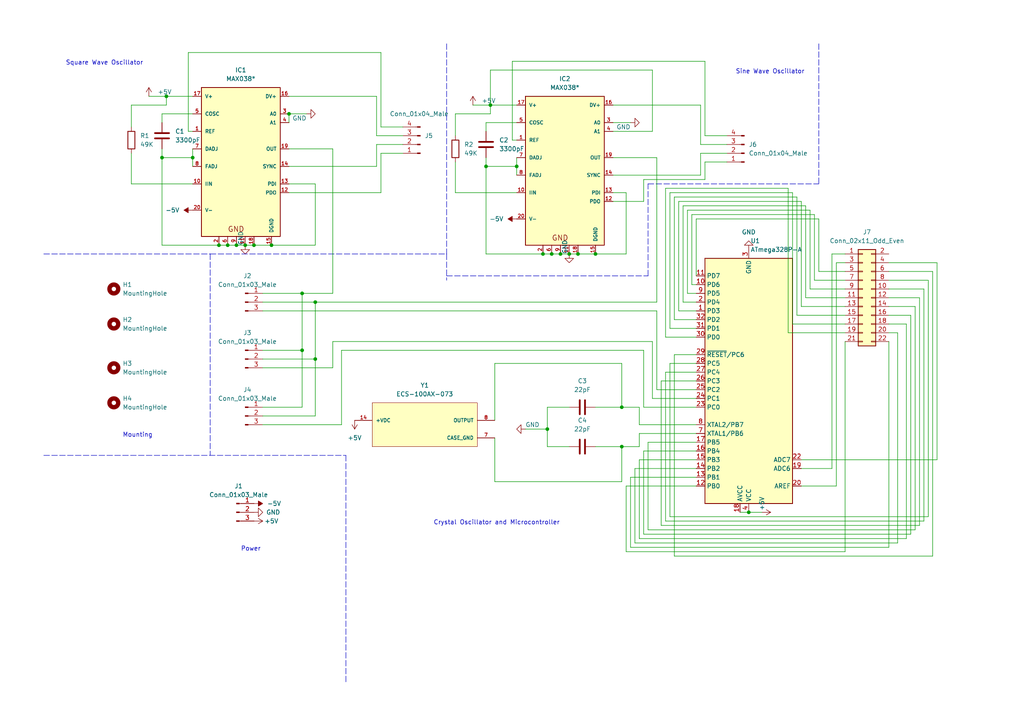
<source format=kicad_sch>
(kicad_sch (version 20211123) (generator eeschema)
  (paper "A4")
  (lib_symbols
    (symbol "Connector:Conn_01x03_Male" (pin_names (offset 1.016) hide)
      (property "Reference" "J" (at 0 5.08 0))
      (property "Value" "Conn_01x03_Male" (at 0 -5.08 0))
      (symbol "Conn_01x03_Male_1_1"
        (polyline (pts (xy 1.27 -2.54) (xy 0.8636 -2.54)) (stroke (width 0.1524)))
        (polyline (pts (xy 1.27 0) (xy 0.8636 0)) (stroke (width 0.1524)))
        (polyline (pts (xy 1.27 2.54) (xy 0.8636 2.54)) (stroke (width 0.1524)))
        (rectangle (start 0.8636 -2.413) (end 0 -2.667) (stroke (width 0.1524)) (fill (type outline)))
        (rectangle (start 0.8636 0.127) (end 0 -0.127) (stroke (width 0.1524)) (fill (type outline)))
        (rectangle (start 0.8636 2.667) (end 0 2.413) (stroke (width 0.1524)) (fill (type outline)))
        (pin passive line (at 5.08 2.54 180) (length 3.81) (name "Pin_1") (number "1"))
        (pin passive line (at 5.08 0 180) (length 3.81) (name "Pin_2") (number "2"))
        (pin passive line (at 5.08 -2.54 180) (length 3.81) (name "Pin_3") (number "3"))
      )
    )
    (symbol "Connector:Conn_01x04_Male" (pin_names (offset 1.016) hide)
      (property "Reference" "J" (at 0 5.08 0))
      (property "Value" "Conn_01x04_Male" (at 0 -7.62 0))
      (symbol "Conn_01x04_Male_1_1"
        (polyline (pts (xy 1.27 -5.08) (xy 0.8636 -5.08)) (stroke (width 0.1524)))
        (polyline (pts (xy 1.27 -2.54) (xy 0.8636 -2.54)) (stroke (width 0.1524)))
        (polyline (pts (xy 1.27 0) (xy 0.8636 0)) (stroke (width 0.1524)))
        (polyline (pts (xy 1.27 2.54) (xy 0.8636 2.54)) (stroke (width 0.1524)))
        (rectangle (start 0.8636 -4.953) (end 0 -5.207) (stroke (width 0.1524)) (fill (type outline)))
        (rectangle (start 0.8636 -2.413) (end 0 -2.667) (stroke (width 0.1524)) (fill (type outline)))
        (rectangle (start 0.8636 0.127) (end 0 -0.127) (stroke (width 0.1524)) (fill (type outline)))
        (rectangle (start 0.8636 2.667) (end 0 2.413) (stroke (width 0.1524)) (fill (type outline)))
        (pin passive line (at 5.08 2.54 180) (length 3.81) (name "Pin_1") (number "1"))
        (pin passive line (at 5.08 0 180) (length 3.81) (name "Pin_2") (number "2"))
        (pin passive line (at 5.08 -2.54 180) (length 3.81) (name "Pin_3") (number "3"))
        (pin passive line (at 5.08 -5.08 180) (length 3.81) (name "Pin_4") (number "4"))
      )
    )
    (symbol "Connector_Generic:Conn_02x11_Odd_Even" (pin_names (offset 1.016) hide)
      (property "Reference" "J" (at 1.27 15.24 0))
      (property "Value" "Conn_02x11_Odd_Even" (at 1.27 -15.24 0))
      (symbol "Conn_02x11_Odd_Even_1_1"
        (rectangle (start -1.27 -12.573) (end 0 -12.827) (stroke (width 0.1524)))
        (rectangle (start -1.27 -10.033) (end 0 -10.287) (stroke (width 0.1524)))
        (rectangle (start -1.27 -7.493) (end 0 -7.747) (stroke (width 0.1524)))
        (rectangle (start -1.27 -4.953) (end 0 -5.207) (stroke (width 0.1524)))
        (rectangle (start -1.27 -2.413) (end 0 -2.667) (stroke (width 0.1524)))
        (rectangle (start -1.27 0.127) (end 0 -0.127) (stroke (width 0.1524)))
        (rectangle (start -1.27 2.667) (end 0 2.413) (stroke (width 0.1524)))
        (rectangle (start -1.27 5.207) (end 0 4.953) (stroke (width 0.1524)))
        (rectangle (start -1.27 7.747) (end 0 7.493) (stroke (width 0.1524)))
        (rectangle (start -1.27 10.287) (end 0 10.033) (stroke (width 0.1524)))
        (rectangle (start -1.27 12.827) (end 0 12.573) (stroke (width 0.1524)))
        (rectangle (start -1.27 13.97) (end 3.81 -13.97) (stroke (width 0.254)) (fill (type background)))
        (rectangle (start 3.81 -12.573) (end 2.54 -12.827) (stroke (width 0.1524)))
        (rectangle (start 3.81 -10.033) (end 2.54 -10.287) (stroke (width 0.1524)))
        (rectangle (start 3.81 -7.493) (end 2.54 -7.747) (stroke (width 0.1524)))
        (rectangle (start 3.81 -4.953) (end 2.54 -5.207) (stroke (width 0.1524)))
        (rectangle (start 3.81 -2.413) (end 2.54 -2.667) (stroke (width 0.1524)))
        (rectangle (start 3.81 0.127) (end 2.54 -0.127) (stroke (width 0.1524)))
        (rectangle (start 3.81 2.667) (end 2.54 2.413) (stroke (width 0.1524)))
        (rectangle (start 3.81 5.207) (end 2.54 4.953) (stroke (width 0.1524)))
        (rectangle (start 3.81 7.747) (end 2.54 7.493) (stroke (width 0.1524)))
        (rectangle (start 3.81 10.287) (end 2.54 10.033) (stroke (width 0.1524)))
        (rectangle (start 3.81 12.827) (end 2.54 12.573) (stroke (width 0.1524)))
        (pin passive line (at -5.08 12.7 0) (length 3.81) (name "Pin_1") (number "1"))
        (pin passive line (at 7.62 2.54 180) (length 3.81) (name "Pin_10") (number "10"))
        (pin passive line (at -5.08 0 0) (length 3.81) (name "Pin_11") (number "11"))
        (pin passive line (at 7.62 0 180) (length 3.81) (name "Pin_12") (number "12"))
        (pin passive line (at -5.08 -2.54 0) (length 3.81) (name "Pin_13") (number "13"))
        (pin passive line (at 7.62 -2.54 180) (length 3.81) (name "Pin_14") (number "14"))
        (pin passive line (at -5.08 -5.08 0) (length 3.81) (name "Pin_15") (number "15"))
        (pin passive line (at 7.62 -5.08 180) (length 3.81) (name "Pin_16") (number "16"))
        (pin passive line (at -5.08 -7.62 0) (length 3.81) (name "Pin_17") (number "17"))
        (pin passive line (at 7.62 -7.62 180) (length 3.81) (name "Pin_18") (number "18"))
        (pin passive line (at -5.08 -10.16 0) (length 3.81) (name "Pin_19") (number "19"))
        (pin passive line (at 7.62 12.7 180) (length 3.81) (name "Pin_2") (number "2"))
        (pin passive line (at 7.62 -10.16 180) (length 3.81) (name "Pin_20") (number "20"))
        (pin passive line (at -5.08 -12.7 0) (length 3.81) (name "Pin_21") (number "21"))
        (pin passive line (at 7.62 -12.7 180) (length 3.81) (name "Pin_22") (number "22"))
        (pin passive line (at -5.08 10.16 0) (length 3.81) (name "Pin_3") (number "3"))
        (pin passive line (at 7.62 10.16 180) (length 3.81) (name "Pin_4") (number "4"))
        (pin passive line (at -5.08 7.62 0) (length 3.81) (name "Pin_5") (number "5"))
        (pin passive line (at 7.62 7.62 180) (length 3.81) (name "Pin_6") (number "6"))
        (pin passive line (at -5.08 5.08 0) (length 3.81) (name "Pin_7") (number "7"))
        (pin passive line (at 7.62 5.08 180) (length 3.81) (name "Pin_8") (number "8"))
        (pin passive line (at -5.08 2.54 0) (length 3.81) (name "Pin_9") (number "9"))
      )
    )
    (symbol "Device:C" (pin_numbers hide) (pin_names (offset 0.254))
      (property "Reference" "C" (at 0.635 2.54 0))
      (property "Value" "C" (at 0.635 -2.54 0))
      (symbol "C_0_1"
        (polyline (pts (xy -2.032 -0.762) (xy 2.032 -0.762)) (stroke (width 0.508)))
        (polyline (pts (xy -2.032 0.762) (xy 2.032 0.762)) (stroke (width 0.508)))
      )
      (symbol "C_1_1"
        (pin passive line (at 0 3.81 270) (length 2.794) (name "~") (number "1"))
        (pin passive line (at 0 -3.81 90) (length 2.794) (name "~") (number "2"))
      )
    )
    (symbol "Device:R" (pin_numbers hide) (pin_names (offset 0))
      (property "Reference" "R" (at 2.032 0 90))
      (property "Value" "R" (at 0 0 90))
      (symbol "R_0_1"
        (rectangle (start -1.016 -2.54) (end 1.016 2.54) (stroke (width 0.254)))
      )
      (symbol "R_1_1"
        (pin passive line (at 0 3.81 270) (length 1.27) (name "~") (number "1"))
        (pin passive line (at 0 -3.81 90) (length 1.27) (name "~") (number "2"))
      )
    )
    (symbol "ECS-100AX:ECS-100AX-073" (pin_names (offset 1.016))
      (property "Reference" "Y" (at -15.2908 5.1054 0))
      (property "Value" "ECS-100AX-073" (at -15.2654 -10.1854 0))
      (symbol "ECS-100AX-073_0_0"
        (rectangle (start -15.24 -7.62) (end 15.24 5.08) (stroke (width 0.127)) (fill (type background)))
        (pin input line (at -20.32 0 0) (length 5.08) (name "+VDC") (number "14"))
        (pin power_in line (at 20.32 -5.08 180) (length 5.08) (name "CASE_GND") (number "7"))
        (pin output line (at 20.32 0 180) (length 5.08) (name "OUTPUT") (number "8"))
      )
    )
    (symbol "MAX038_:MAX038*" (pin_names (offset 1.016))
      (property "Reference" "IC" (at -12.7 19.0754 0))
      (property "Value" "MAX038*" (at 0 -5.08 90))
      (symbol "MAX038*_0_0"
        (rectangle (start -12.7 -25.4) (end 10.16 17.78) (stroke (width 0.254)) (fill (type background)))
        (text "GND" (at -5.08 -24.1554 0) (effects (font (size 1.524 1.524)) (justify left bottom)))
        (pin output line (at -15.24 5.08 0) (length 2.54) (name "REF") (number "1"))
        (pin passive line (at -15.24 -10.16 0) (length 2.54) (name "IIN") (number "10"))
        (pin power_in line (at 0 -27.94 90) (length 2.54) (name "~") (number "11"))
        (pin output line (at 12.7 -12.7 180) (length 2.54) (name "PDO") (number "12"))
        (pin input line (at 12.7 -10.16 180) (length 2.54) (name "PDI") (number "13"))
        (pin output line (at 12.7 -5.08 180) (length 2.54) (name "SYNC") (number "14"))
        (pin power_in line (at 7.62 -27.94 90) (length 2.54) (name "DGND") (number "15"))
        (pin power_in line (at 12.7 15.24 180) (length 2.54) (name "DV+") (number "16"))
        (pin power_in line (at -15.24 15.24 0) (length 2.54) (name "V+") (number "17"))
        (pin power_in line (at 2.54 -27.94 90) (length 2.54) (name "~") (number "18"))
        (pin output line (at 12.7 0 180) (length 2.54) (name "OUT") (number "19"))
        (pin power_in line (at -7.62 -27.94 90) (length 2.54) (name "~") (number "2"))
        (pin power_in line (at -15.24 -17.78 0) (length 2.54) (name "V-") (number "20"))
        (pin input line (at 12.7 10.16 180) (length 2.54) (name "A0") (number "3"))
        (pin input line (at 12.7 7.62 180) (length 2.54) (name "A1") (number "4"))
        (pin passive line (at -15.24 10.16 0) (length 2.54) (name "COSC") (number "5"))
        (pin power_in line (at -5.08 -27.94 90) (length 2.54) (name "~") (number "6"))
        (pin input line (at -15.24 0 0) (length 2.54) (name "DADJ") (number "7"))
        (pin input line (at -15.24 -5.08 0) (length 2.54) (name "FADJ") (number "8"))
        (pin power_in line (at -2.54 -27.94 90) (length 2.54) (name "~") (number "9"))
      )
    )
    (symbol "MCU_Microchip_ATmega:ATmega328P-A"
      (property "Reference" "U" (at -12.7 36.83 0))
      (property "Value" "ATmega328P-A" (at 2.54 -36.83 0))
      (symbol "ATmega328P-A_0_1"
        (rectangle (start -12.7 -35.56) (end 12.7 35.56) (stroke (width 0.254)) (fill (type background)))
      )
      (symbol "ATmega328P-A_1_1"
        (pin bidirectional line (at 15.24 -20.32 180) (length 2.54) (name "PD3") (number "1"))
        (pin bidirectional line (at 15.24 -27.94 180) (length 2.54) (name "PD6") (number "10"))
        (pin bidirectional line (at 15.24 -30.48 180) (length 2.54) (name "PD7") (number "11"))
        (pin bidirectional line (at 15.24 30.48 180) (length 2.54) (name "PB0") (number "12"))
        (pin bidirectional line (at 15.24 27.94 180) (length 2.54) (name "PB1") (number "13"))
        (pin bidirectional line (at 15.24 25.4 180) (length 2.54) (name "PB2") (number "14"))
        (pin bidirectional line (at 15.24 22.86 180) (length 2.54) (name "PB3") (number "15"))
        (pin bidirectional line (at 15.24 20.32 180) (length 2.54) (name "PB4") (number "16"))
        (pin bidirectional line (at 15.24 17.78 180) (length 2.54) (name "PB5") (number "17"))
        (pin power_in line (at 2.54 38.1 270) (length 2.54) (name "AVCC") (number "18"))
        (pin input line (at -15.24 25.4 0) (length 2.54) (name "ADC6") (number "19"))
        (pin bidirectional line (at 15.24 -22.86 180) (length 2.54) (name "PD4") (number "2"))
        (pin passive line (at -15.24 30.48 0) (length 2.54) (name "AREF") (number "20"))
        (pin passive line (at 0 -38.1 90) (length 2.54) hide (name "GND") (number "21"))
        (pin input line (at -15.24 22.86 0) (length 2.54) (name "ADC7") (number "22"))
        (pin bidirectional line (at 15.24 7.62 180) (length 2.54) (name "PC0") (number "23"))
        (pin bidirectional line (at 15.24 5.08 180) (length 2.54) (name "PC1") (number "24"))
        (pin bidirectional line (at 15.24 2.54 180) (length 2.54) (name "PC2") (number "25"))
        (pin bidirectional line (at 15.24 0 180) (length 2.54) (name "PC3") (number "26"))
        (pin bidirectional line (at 15.24 -2.54 180) (length 2.54) (name "PC4") (number "27"))
        (pin bidirectional line (at 15.24 -5.08 180) (length 2.54) (name "PC5") (number "28"))
        (pin bidirectional line (at 15.24 -7.62 180) (length 2.54) (name "~{RESET}/PC6") (number "29"))
        (pin power_in line (at 0 -38.1 90) (length 2.54) (name "GND") (number "3"))
        (pin bidirectional line (at 15.24 -12.7 180) (length 2.54) (name "PD0") (number "30"))
        (pin bidirectional line (at 15.24 -15.24 180) (length 2.54) (name "PD1") (number "31"))
        (pin bidirectional line (at 15.24 -17.78 180) (length 2.54) (name "PD2") (number "32"))
        (pin power_in line (at 0 38.1 270) (length 2.54) (name "VCC") (number "4"))
        (pin passive line (at 0 -38.1 90) (length 2.54) hide (name "GND") (number "5"))
        (pin passive line (at 0 38.1 270) (length 2.54) hide (name "VCC") (number "6"))
        (pin bidirectional line (at 15.24 15.24 180) (length 2.54) (name "XTAL1/PB6") (number "7"))
        (pin bidirectional line (at 15.24 12.7 180) (length 2.54) (name "XTAL2/PB7") (number "8"))
        (pin bidirectional line (at 15.24 -25.4 180) (length 2.54) (name "PD5") (number "9"))
      )
    )
    (symbol "Mechanical:MountingHole" (pin_names (offset 1.016))
      (property "Reference" "H" (at 0 5.08 0))
      (property "Value" "MountingHole" (at 0 3.175 0))
      (symbol "MountingHole_0_1"
        (circle (center 0 0) (radius 1.27) (stroke (width 1.27)))
      )
    )
    (symbol "power:+5V" (power) (pin_names (offset 0))
      (property "Value" "+5V" (at 0 3.556 0))
      (symbol "+5V_0_1"
        (polyline (pts (xy -0.762 1.27) (xy 0 2.54)))
        (polyline (pts (xy 0 0) (xy 0 2.54)))
        (polyline (pts (xy 0 2.54) (xy 0.762 1.27)))
      )
      (symbol "+5V_1_1"
        (pin power_in line (at 0 0 90) (length 0) hide (name "+5V") (number "1"))
      )
    )
    (symbol "power:-5V" (power) (pin_names (offset 0))
      (property "Value" "-5V" (at 0 3.81 0))
      (symbol "-5V_0_0"
        (pin power_in line (at 0 0 90) (length 0) hide (name "-5V") (number "1"))
      )
      (symbol "-5V_0_1"
        (polyline (pts (xy 0 0) (xy 0 1.27) (xy 0.762 1.27) (xy 0 2.54) (xy -0.762 1.27) (xy 0 1.27)) (fill (type outline)))
      )
    )
    (symbol "power:GND" (power) (pin_names (offset 0))
      (property "Value" "GND" (at 0 -3.81 0))
      (symbol "GND_0_1"
        (polyline (pts (xy 0 0) (xy 0 -1.27) (xy 1.27 -1.27) (xy 0 -2.54) (xy -1.27 -1.27) (xy 0 -1.27)))
      )
      (symbol "GND_1_1"
        (pin power_in line (at 0 0 270) (length 0) hide (name "GND") (number "1"))
      )
    )
  )
  (junction (at 167.64 73.66))
  (junction (at 180.34 129.54))
  (junction (at 63.5 71.12))
  (junction (at 55.88 45.72))
  (junction (at 48.26 27.94))
  (junction (at 162.56 73.66))
  (junction (at 91.44 87.63))
  (junction (at 87.63 101.6))
  (junction (at 160.02 73.66))
  (junction (at 165.1 73.66))
  (junction (at 78.74 71.12))
  (junction (at 158.75 124.46))
  (junction (at 91.44 104.14))
  (junction (at 172.72 73.66))
  (junction (at 83.82 33.02))
  (junction (at 157.48 73.66))
  (junction (at 71.12 71.12))
  (junction (at 140.97 48.26))
  (junction (at 66.04 71.12))
  (junction (at 149.86 48.26))
  (junction (at 46.99 45.72))
  (junction (at 180.34 118.11))
  (junction (at 217.17 148.59))
  (junction (at 73.66 71.12))
  (junction (at 87.63 85.09))
  (junction (at 142.24 30.48))
  (junction (at 68.58 71.12))
  (wire (pts (xy 55.88 38.1) (xy 54.61 38.1)))
  (wire (pts (xy 46.99 33.02) (xy 55.88 33.02)))
  (polyline (pts (xy 187.96 53.34) (xy 237.49 53.34)))
  (wire (pts (xy 196.85 90.17) (xy 201.93 90.17)))
  (polyline (pts (xy 12.7 73.66) (xy 60.96 73.66)))
  (polyline (pts (xy 187.96 80.01) (xy 187.96 53.34)))
  (wire (pts (xy 184.15 135.89) (xy 184.15 157.48)))
  (wire (pts (xy 177.8 50.8) (xy 203.2 50.8)))
  (wire (pts (xy 203.2 30.48) (xy 203.2 41.91)))
  (polyline (pts (xy 129.54 12.7) (xy 129.54 73.66)))
  (wire (pts (xy 96.52 99.06) (xy 96.52 106.68)))
  (wire (pts (xy 232.41 135.89) (xy 241.3 135.89)))
  (wire (pts (xy 237.49 78.74) (xy 245.11 78.74)))
  (wire (pts (xy 201.93 85.09) (xy 199.39 85.09)))
  (wire (pts (xy 110.49 55.88) (xy 110.49 44.45)))
  (wire (pts (xy 83.82 43.18) (xy 96.52 43.18)))
  (wire (pts (xy 182.88 138.43) (xy 182.88 158.75)))
  (wire (pts (xy 262.89 156.21) (xy 262.89 93.98)))
  (wire (pts (xy 177.8 35.56) (xy 182.88 35.56)))
  (wire (pts (xy 142.24 30.48) (xy 149.86 30.48)))
  (wire (pts (xy 137.16 30.48) (xy 142.24 30.48)))
  (wire (pts (xy 185.42 129.54) (xy 180.34 129.54)))
  (wire (pts (xy 201.93 133.35) (xy 185.42 133.35)))
  (wire (pts (xy 96.52 106.68) (xy 76.2 106.68)))
  (wire (pts (xy 66.04 71.12) (xy 68.58 71.12)))
  (wire (pts (xy 233.68 59.69) (xy 233.68 86.36)))
  (wire (pts (xy 236.22 62.23) (xy 236.22 81.28)))
  (wire (pts (xy 48.26 27.94) (xy 48.26 30.48)))
  (wire (pts (xy 232.41 88.9) (xy 245.11 88.9)))
  (wire (pts (xy 185.42 123.19) (xy 201.93 123.19)))
  (wire (pts (xy 204.47 46.99) (xy 204.47 52.07)))
  (wire (pts (xy 181.61 160.02) (xy 245.11 160.02)))
  (wire (pts (xy 149.86 48.26) (xy 140.97 48.26)))
  (wire (pts (xy 214.63 148.59) (xy 217.17 148.59)))
  (wire (pts (xy 201.93 92.71) (xy 195.58 92.71)))
  (wire (pts (xy 140.97 48.26) (xy 140.97 73.66)))
  (wire (pts (xy 186.69 58.42) (xy 177.8 58.42)))
  (wire (pts (xy 140.97 45.72) (xy 140.97 48.26)))
  (wire (pts (xy 99.06 123.19) (xy 76.2 123.19)))
  (wire (pts (xy 195.58 102.87) (xy 195.58 161.29)))
  (wire (pts (xy 201.93 115.57) (xy 189.23 115.57)))
  (wire (pts (xy 195.58 57.15) (xy 231.14 57.15)))
  (wire (pts (xy 267.97 83.82) (xy 257.81 83.82)))
  (wire (pts (xy 71.12 71.12) (xy 73.66 71.12)))
  (wire (pts (xy 55.88 45.72) (xy 55.88 48.26)))
  (wire (pts (xy 83.82 48.26) (xy 109.22 48.26)))
  (wire (pts (xy 109.22 27.94) (xy 109.22 39.37)))
  (wire (pts (xy 180.34 129.54) (xy 172.72 129.54)))
  (wire (pts (xy 203.2 50.8) (xy 203.2 44.45)))
  (wire (pts (xy 76.2 85.09) (xy 87.63 85.09)))
  (wire (pts (xy 267.97 151.13) (xy 267.97 83.82)))
  (wire (pts (xy 83.82 33.02) (xy 88.9 33.02)))
  (wire (pts (xy 231.14 57.15) (xy 231.14 91.44)))
  (wire (pts (xy 142.24 30.48) (xy 142.24 33.02)))
  (wire (pts (xy 149.86 40.64) (xy 148.59 40.64)))
  (wire (pts (xy 232.41 58.42) (xy 232.41 88.9)))
  (wire (pts (xy 201.93 110.49) (xy 191.77 110.49)))
  (wire (pts (xy 196.85 90.17) (xy 196.85 58.42)))
  (wire (pts (xy 229.87 93.98) (xy 245.11 93.98)))
  (wire (pts (xy 143.51 139.7) (xy 180.34 139.7)))
  (wire (pts (xy 87.63 85.09) (xy 96.52 85.09)))
  (wire (pts (xy 201.93 87.63) (xy 198.12 87.63)))
  (wire (pts (xy 109.22 41.91) (xy 116.84 41.91)))
  (wire (pts (xy 177.8 30.48) (xy 203.2 30.48)))
  (wire (pts (xy 91.44 104.14) (xy 91.44 120.65)))
  (wire (pts (xy 143.51 105.41) (xy 143.51 121.92)))
  (wire (pts (xy 76.2 120.65) (xy 91.44 120.65)))
  (wire (pts (xy 229.87 55.88) (xy 229.87 93.98)))
  (wire (pts (xy 201.93 102.87) (xy 195.58 102.87)))
  (wire (pts (xy 158.75 124.46) (xy 152.4 124.46)))
  (wire (pts (xy 266.7 86.36) (xy 257.81 86.36)))
  (wire (pts (xy 195.58 161.29) (xy 270.51 161.29)))
  (wire (pts (xy 194.31 149.86) (xy 269.24 149.86)))
  (wire (pts (xy 189.23 20.32) (xy 142.24 20.32)))
  (wire (pts (xy 260.35 157.48) (xy 260.35 96.52)))
  (wire (pts (xy 140.97 38.1) (xy 140.97 35.56)))
  (wire (pts (xy 232.41 140.97) (xy 242.57 140.97)))
  (wire (pts (xy 46.99 35.56) (xy 46.99 33.02)))
  (wire (pts (xy 158.75 124.46) (xy 158.75 129.54)))
  (wire (pts (xy 242.57 76.2) (xy 245.11 76.2)))
  (wire (pts (xy 241.3 73.66) (xy 245.11 73.66)))
  (wire (pts (xy 180.34 118.11) (xy 185.42 118.11)))
  (wire (pts (xy 185.42 118.11) (xy 185.42 123.19)))
  (wire (pts (xy 184.15 157.48) (xy 260.35 157.48)))
  (wire (pts (xy 185.42 156.21) (xy 262.89 156.21)))
  (wire (pts (xy 201.93 82.55) (xy 200.66 82.55)))
  (wire (pts (xy 68.58 71.12) (xy 71.12 71.12)))
  (wire (pts (xy 194.31 105.41) (xy 194.31 149.86)))
  (wire (pts (xy 204.47 39.37) (xy 210.82 39.37)))
  (wire (pts (xy 157.48 73.66) (xy 160.02 73.66)))
  (wire (pts (xy 271.78 76.2) (xy 257.81 76.2)))
  (wire (pts (xy 181.61 55.88) (xy 181.61 73.66)))
  (wire (pts (xy 190.5 90.17) (xy 190.5 113.03)))
  (wire (pts (xy 242.57 140.97) (xy 242.57 76.2)))
  (wire (pts (xy 149.86 48.26) (xy 149.86 50.8)))
  (wire (pts (xy 110.49 36.83) (xy 116.84 36.83)))
  (wire (pts (xy 185.42 133.35) (xy 185.42 156.21)))
  (wire (pts (xy 140.97 35.56) (xy 149.86 35.56)))
  (wire (pts (xy 270.51 78.74) (xy 257.81 78.74)))
  (wire (pts (xy 54.61 38.1) (xy 54.61 15.24)))
  (wire (pts (xy 132.08 33.02) (xy 132.08 39.37)))
  (wire (pts (xy 234.95 60.96) (xy 234.95 83.82)))
  (wire (pts (xy 193.04 54.61) (xy 228.6 54.61)))
  (wire (pts (xy 87.63 85.09) (xy 87.63 101.6)))
  (wire (pts (xy 265.43 88.9) (xy 257.81 88.9)))
  (wire (pts (xy 200.66 82.55) (xy 200.66 62.23)))
  (wire (pts (xy 201.93 95.25) (xy 194.31 95.25)))
  (wire (pts (xy 167.64 73.66) (xy 172.72 73.66)))
  (wire (pts (xy 201.93 80.01) (xy 201.93 63.5)))
  (wire (pts (xy 187.96 153.67) (xy 265.43 153.67)))
  (wire (pts (xy 198.12 87.63) (xy 198.12 59.69)))
  (wire (pts (xy 185.42 125.73) (xy 185.42 129.54)))
  (wire (pts (xy 142.24 33.02) (xy 132.08 33.02)))
  (wire (pts (xy 201.93 107.95) (xy 193.04 107.95)))
  (wire (pts (xy 199.39 60.96) (xy 234.95 60.96)))
  (wire (pts (xy 228.6 96.52) (xy 245.11 96.52)))
  (wire (pts (xy 43.18 27.94) (xy 48.26 27.94)))
  (wire (pts (xy 143.51 105.41) (xy 180.34 105.41)))
  (wire (pts (xy 110.49 15.24) (xy 110.49 36.83)))
  (wire (pts (xy 46.99 45.72) (xy 46.99 71.12)))
  (wire (pts (xy 149.86 55.88) (xy 132.08 55.88)))
  (wire (pts (xy 177.8 55.88) (xy 181.61 55.88)))
  (wire (pts (xy 158.75 118.11) (xy 158.75 124.46)))
  (wire (pts (xy 189.23 38.1) (xy 189.23 20.32)))
  (wire (pts (xy 231.14 91.44) (xy 245.11 91.44)))
  (wire (pts (xy 83.82 55.88) (xy 110.49 55.88)))
  (wire (pts (xy 260.35 96.52) (xy 257.81 96.52)))
  (wire (pts (xy 83.82 53.34) (xy 91.44 53.34)))
  (wire (pts (xy 264.16 154.94) (xy 264.16 91.44)))
  (wire (pts (xy 245.11 160.02) (xy 245.11 99.06)))
  (wire (pts (xy 193.04 97.79) (xy 201.93 97.79)))
  (wire (pts (xy 203.2 44.45) (xy 210.82 44.45)))
  (wire (pts (xy 201.93 105.41) (xy 194.31 105.41)))
  (wire (pts (xy 148.59 17.78) (xy 204.47 17.78)))
  (wire (pts (xy 203.2 41.91) (xy 210.82 41.91)))
  (wire (pts (xy 193.04 151.13) (xy 267.97 151.13)))
  (wire (pts (xy 109.22 48.26) (xy 109.22 41.91)))
  (wire (pts (xy 190.5 113.03) (xy 201.93 113.03)))
  (wire (pts (xy 187.96 128.27) (xy 187.96 153.67)))
  (wire (pts (xy 63.5 71.12) (xy 66.04 71.12)))
  (wire (pts (xy 196.85 58.42) (xy 232.41 58.42)))
  (wire (pts (xy 201.93 135.89) (xy 184.15 135.89)))
  (wire (pts (xy 186.69 118.11) (xy 186.69 101.6)))
  (wire (pts (xy 189.23 115.57) (xy 189.23 99.06)))
  (wire (pts (xy 204.47 52.07) (xy 186.69 52.07)))
  (wire (pts (xy 87.63 101.6) (xy 87.63 118.11)))
  (wire (pts (xy 48.26 30.48) (xy 38.1 30.48)))
  (wire (pts (xy 132.08 46.99) (xy 132.08 55.88)))
  (wire (pts (xy 172.72 118.11) (xy 180.34 118.11)))
  (wire (pts (xy 262.89 93.98) (xy 257.81 93.98)))
  (wire (pts (xy 201.93 130.81) (xy 186.69 130.81)))
  (polyline (pts (xy 60.96 73.66) (xy 60.96 132.08)))
  (polyline (pts (xy 100.33 132.08) (xy 100.33 198.12)))
  (wire (pts (xy 38.1 44.45) (xy 38.1 53.34)))
  (wire (pts (xy 201.93 63.5) (xy 237.49 63.5)))
  (wire (pts (xy 109.22 39.37) (xy 116.84 39.37)))
  (wire (pts (xy 46.99 71.12) (xy 63.5 71.12)))
  (wire (pts (xy 234.95 83.82) (xy 245.11 83.82)))
  (wire (pts (xy 182.88 158.75) (xy 257.81 158.75)))
  (wire (pts (xy 191.77 110.49) (xy 191.77 152.4)))
  (wire (pts (xy 257.81 158.75) (xy 257.81 99.06)))
  (wire (pts (xy 270.51 161.29) (xy 270.51 78.74)))
  (wire (pts (xy 55.88 45.72) (xy 46.99 45.72)))
  (wire (pts (xy 241.3 135.89) (xy 241.3 73.66)))
  (wire (pts (xy 87.63 101.6) (xy 76.2 101.6)))
  (wire (pts (xy 48.26 27.94) (xy 55.88 27.94)))
  (wire (pts (xy 201.93 125.73) (xy 185.42 125.73)))
  (wire (pts (xy 91.44 87.63) (xy 91.44 104.14)))
  (wire (pts (xy 73.66 71.12) (xy 78.74 71.12)))
  (wire (pts (xy 172.72 73.66) (xy 181.61 73.66)))
  (wire (pts (xy 158.75 129.54) (xy 165.1 129.54)))
  (wire (pts (xy 193.04 54.61) (xy 193.04 97.79)))
  (wire (pts (xy 194.31 55.88) (xy 229.87 55.88)))
  (wire (pts (xy 76.2 87.63) (xy 91.44 87.63)))
  (wire (pts (xy 165.1 73.66) (xy 167.64 73.66)))
  (wire (pts (xy 271.78 133.35) (xy 271.78 76.2)))
  (wire (pts (xy 198.12 59.69) (xy 233.68 59.69)))
  (wire (pts (xy 180.34 129.54) (xy 180.34 139.7)))
  (wire (pts (xy 237.49 63.5) (xy 237.49 78.74)))
  (wire (pts (xy 266.7 152.4) (xy 266.7 86.36)))
  (wire (pts (xy 160.02 73.66) (xy 162.56 73.66)))
  (wire (pts (xy 200.66 62.23) (xy 236.22 62.23)))
  (wire (pts (xy 228.6 54.61) (xy 228.6 96.52)))
  (wire (pts (xy 54.61 15.24) (xy 110.49 15.24)))
  (wire (pts (xy 269.24 81.28) (xy 257.81 81.28)))
  (polyline (pts (xy 129.54 73.66) (xy 129.54 81.28)))
  (wire (pts (xy 140.97 73.66) (xy 157.48 73.66)))
  (wire (pts (xy 91.44 53.34) (xy 91.44 71.12)))
  (wire (pts (xy 149.86 45.72) (xy 149.86 48.26)))
  (wire (pts (xy 201.93 138.43) (xy 182.88 138.43)))
  (wire (pts (xy 186.69 101.6) (xy 99.06 101.6)))
  (wire (pts (xy 78.74 71.12) (xy 91.44 71.12)))
  (wire (pts (xy 264.16 91.44) (xy 257.81 91.44)))
  (wire (pts (xy 199.39 85.09) (xy 199.39 60.96)))
  (wire (pts (xy 96.52 43.18) (xy 96.52 85.09)))
  (wire (pts (xy 38.1 30.48) (xy 38.1 36.83)))
  (wire (pts (xy 143.51 127) (xy 143.51 139.7)))
  (wire (pts (xy 220.98 148.59) (xy 217.17 148.59)))
  (wire (pts (xy 189.23 99.06) (xy 96.52 99.06)))
  (wire (pts (xy 194.31 95.25) (xy 194.31 55.88)))
  (wire (pts (xy 186.69 130.81) (xy 186.69 154.94)))
  (polyline (pts (xy 12.7 132.08) (xy 100.33 132.08)))
  (wire (pts (xy 265.43 153.67) (xy 265.43 88.9)))
  (wire (pts (xy 55.88 53.34) (xy 38.1 53.34)))
  (wire (pts (xy 91.44 87.63) (xy 190.5 87.63)))
  (wire (pts (xy 99.06 101.6) (xy 99.06 123.19)))
  (wire (pts (xy 55.88 43.18) (xy 55.88 45.72)))
  (wire (pts (xy 83.82 33.02) (xy 83.82 35.56)))
  (wire (pts (xy 76.2 90.17) (xy 190.5 90.17)))
  (wire (pts (xy 180.34 105.41) (xy 180.34 118.11)))
  (wire (pts (xy 201.93 140.97) (xy 181.61 140.97)))
  (wire (pts (xy 76.2 104.14) (xy 91.44 104.14)))
  (wire (pts (xy 186.69 154.94) (xy 264.16 154.94)))
  (wire (pts (xy 162.56 73.66) (xy 165.1 73.66)))
  (wire (pts (xy 46.99 43.18) (xy 46.99 45.72)))
  (wire (pts (xy 201.93 128.27) (xy 187.96 128.27)))
  (wire (pts (xy 204.47 46.99) (xy 210.82 46.99)))
  (wire (pts (xy 193.04 107.95) (xy 193.04 151.13)))
  (wire (pts (xy 269.24 149.86) (xy 269.24 81.28)))
  (polyline (pts (xy 129.54 80.01) (xy 187.96 80.01)))
  (wire (pts (xy 110.49 44.45) (xy 116.84 44.45)))
  (wire (pts (xy 158.75 118.11) (xy 165.1 118.11)))
  (wire (pts (xy 186.69 118.11) (xy 201.93 118.11)))
  (wire (pts (xy 177.8 38.1) (xy 189.23 38.1)))
  (wire (pts (xy 191.77 152.4) (xy 266.7 152.4)))
  (polyline (pts (xy 60.96 73.66) (xy 129.54 73.66)))
  (polyline (pts (xy 237.49 12.7) (xy 237.49 53.34)))
  (wire (pts (xy 186.69 52.07) (xy 186.69 58.42)))
  (wire (pts (xy 142.24 20.32) (xy 142.24 30.48)))
  (wire (pts (xy 83.82 27.94) (xy 109.22 27.94)))
  (wire (pts (xy 232.41 133.35) (xy 271.78 133.35)))
  (wire (pts (xy 236.22 81.28) (xy 245.11 81.28)))
  (wire (pts (xy 87.63 118.11) (xy 76.2 118.11)))
  (wire (pts (xy 195.58 92.71) (xy 195.58 57.15)))
  (wire (pts (xy 148.59 40.64) (xy 148.59 17.78)))
  (wire (pts (xy 233.68 86.36) (xy 245.11 86.36)))
  (wire (pts (xy 190.5 45.72) (xy 190.5 87.63)))
  (wire (pts (xy 181.61 140.97) (xy 181.61 160.02)))
  (wire (pts (xy 177.8 45.72) (xy 190.5 45.72)))
  (wire (pts (xy 204.47 17.78) (xy 204.47 39.37)))
  (text "Sine Wave Oscillator\n" (at 213.36 21.59 0) (effects (font (size 1.27 1.27)) (justify left bottom)))
  (text "Square Wave Oscillator\n" (at 19.05 19.05 0) (effects (font (size 1.27 1.27)) (justify left bottom)))
  (text "Mounting\n" (at 35.56 127 0) (effects (font (size 1.27 1.27)) (justify left bottom)))
  (text "Power\n" (at 69.85 160.02 0) (effects (font (size 1.27 1.27)) (justify left bottom)))
  (text "Crystal Oscillator and Microcontroller\n" (at 125.73 152.4 0) (effects (font (size 1.27 1.27)) (justify left bottom)))
  (symbol (lib_id "power:+5V") (at 137.16 30.48 0) (unit 1)
    (property "Reference" "#PWR0106" (effects hide))
    (property "Value" "+5V" (at 139.7 29.2099 0) (effects (justify left)))
  )
  (symbol (lib_id "power:GND") (at 217.17 72.39 180) (unit 1)
    (property "Reference" "#PWR0101" (effects hide))
    (property "Value" "GND" (at 217.17 67.31 0))
  )
  (symbol (lib_id "Mechanical:MountingHole") (at 33.02 106.68 0) (unit 1)
    (property "Reference" "H3" (at 35.56 105.4099 0) (effects (justify left)))
    (property "Value" "MountingHole" (at 35.56 107.9499 0) (effects (justify left)))
    (property "Footprint" "MountingHole:MountingHole_3.2mm_M3" (effects hide))
  )
  (symbol (lib_id "Device:R") (at 132.08 43.18 0) (unit 1)
    (property "Reference" "R2" (at 134.62 41.9099 0) (effects (justify left)))
    (property "Value" "49K" (at 134.62 44.4499 0) (effects (justify left)))
    (property "Footprint" "Resistor_SMD:R_0805_2012Metric_Pad1.20x1.40mm_HandSolder" (effects hide))
  )
  (symbol (lib_id "Device:C") (at 168.91 118.11 90) (unit 1)
    (property "Reference" "C3" (at 168.91 110.49 90))
    (property "Value" "22pF" (at 168.91 113.03 90))
    (property "Footprint" "Capacitor_SMD:C_0805_2012Metric_Pad1.18x1.45mm_HandSolder" (effects hide))
  )
  (symbol (lib_id "MCU_Microchip_ATmega:ATmega328P-A") (at 217.17 110.49 180) (unit 1)
    (property "Reference" "U1" (at 217.6906 69.85 0) (effects (justify right)))
    (property "Value" "ATmega328P-A" (at 217.6906 72.39 0) (effects (justify right)))
    (property "Footprint" "Package_QFP:TQFP-32_7x7mm_P0.8mm" (effects hide))
    (property "Datasheet" "http://ww1.microchip.com/downloads/en/DeviceDoc/ATmega328_P%20AVR%20MCU%20with%20picoPower%20Technology%20Data%20Sheet%2040001984A.pdf" (effects hide))
  )
  (symbol (lib_id "Device:C") (at 140.97 41.91 180) (unit 1)
    (property "Reference" "C2" (at 144.78 40.6399 0) (effects (justify right)))
    (property "Value" "3300pF" (at 144.78 43.1799 0) (effects (justify right)))
    (property "Footprint" "Capacitor_SMD:C_0805_2012Metric_Pad1.18x1.45mm_HandSolder" (effects hide))
  )
  (symbol (lib_id "Mechanical:MountingHole") (at 33.02 116.84 0) (unit 1)
    (property "Reference" "H4" (at 35.56 115.5699 0) (effects (justify left)))
    (property "Value" "MountingHole" (at 35.56 118.1099 0) (effects (justify left)))
    (property "Footprint" "MountingHole:MountingHole_3.2mm_M3" (effects hide))
  )
  (symbol (lib_id "power:-5V") (at 55.88 60.96 90) (unit 1)
    (property "Reference" "#PWR0112" (effects hide))
    (property "Value" "-5V" (at 52.07 60.9599 90) (effects (justify left)))
  )
  (symbol (lib_id "Connector:Conn_01x03_Male") (at 71.12 120.65 0) (unit 1)
    (property "Reference" "J4" (at 71.755 113.03 0))
    (property "Value" "Conn_01x03_Male" (at 71.755 115.57 0))
    (property "Footprint" "2.54_mm_headers:PinHeader_1x03_P2.54mm_Vertical" (effects hide))
  )
  (symbol (lib_id "power:GND") (at 71.12 71.12 0) (unit 1)
    (property "Reference" "#PWR0111" (effects hide))
    (property "Value" "GND" (at 69.85 71.12 90) (effects (justify left)))
  )
  (symbol (lib_id "power:GND") (at 165.1 73.66 0) (unit 1)
    (property "Reference" "#PWR0104" (effects hide))
    (property "Value" "GND" (at 163.83 73.66 90) (effects (justify left)))
  )
  (symbol (lib_id "power:GND") (at 152.4 124.46 270) (unit 1)
    (property "Reference" "#PWR0109" (effects hide))
    (property "Value" "GND" (at 152.4 123.19 90) (effects (justify left)))
  )
  (symbol (lib_id "Connector:Conn_01x03_Male") (at 68.58 148.59 0) (unit 1)
    (property "Reference" "J1" (at 69.215 140.97 0))
    (property "Value" "Conn_01x03_Male" (at 69.215 143.51 0))
    (property "Footprint" "2.54_mm_headers:PinHeader_1x03_P2.54mm_Vertical" (effects hide))
  )
  (symbol (lib_id "Connector:Conn_01x04_Male") (at 215.9 44.45 180) (unit 1)
    (property "Reference" "J6" (at 217.17 41.9099 0) (effects (justify right)))
    (property "Value" "Conn_01x04_Male" (at 217.17 44.4499 0) (effects (justify right)))
    (property "Footprint" "2.54_mm_headers:PinHeader_1x04_P2.54mm_Vertical" (effects hide))
  )
  (symbol (lib_id "power:-5V") (at 149.86 63.5 90) (unit 1)
    (property "Reference" "#PWR0105" (effects hide))
    (property "Value" "-5V" (at 146.05 63.4999 90) (effects (justify left)))
  )
  (symbol (lib_id "ECS-100AX:ECS-100AX-073") (at 123.19 121.92 0) (unit 1)
    (property "Reference" "Y1" (at 123.19 111.76 0))
    (property "Value" "ECS-100AX-073" (at 123.19 114.3 0))
    (property "Footprint" "ECS-100AX-073:OSC_ECS-100AX-073" (effects hide))
    (property "MANUFACTURER" "ECS Inc." (effects hide))
    (property "STANDARD" "MANUFACTURER RECOMMENDATIONS" (effects hide))
  )
  (symbol (lib_id "power:-5V") (at 73.66 146.05 270) (unit 1)
    (property "Reference" "#PWR0113" (effects hide))
    (property "Value" "-5V" (at 77.47 146.0499 90) (effects (justify left)))
  )
  (symbol (lib_id "Device:C") (at 168.91 129.54 270) (unit 1)
    (property "Reference" "C4" (at 168.91 121.92 90))
    (property "Value" "22pF" (at 168.91 124.46 90))
    (property "Footprint" "Capacitor_SMD:C_0805_2012Metric_Pad1.18x1.45mm_HandSolder" (effects hide))
  )
  (symbol (lib_id "power:+5V") (at 220.98 148.59 270) (unit 1)
    (property "Reference" "#PWR0102" (effects hide))
    (property "Value" "+5V" (at 220.98 146.05 0))
  )
  (symbol (lib_id "power:GND") (at 88.9 33.02 90) (unit 1)
    (property "Reference" "#PWR0108" (effects hide))
    (property "Value" "GND" (at 88.9 34.29 90) (effects (justify left)))
  )
  (symbol (lib_id "MAX038_:MAX038*") (at 165.1 45.72 0) (unit 1)
    (property "Reference" "IC2" (at 163.83 22.86 0))
    (property "Value" "MAX038*" (at 163.83 25.4 0))
    (property "Footprint" "MAX038:DIL20" (effects hide))
  )
  (symbol (lib_id "Mechanical:MountingHole") (at 33.02 93.98 0) (unit 1)
    (property "Reference" "H2" (at 35.56 92.7099 0) (effects (justify left)))
    (property "Value" "MountingHole" (at 35.56 95.2499 0) (effects (justify left)))
    (property "Footprint" "MountingHole:MountingHole_3.2mm_M3" (effects hide))
  )
  (symbol (lib_id "Connector:Conn_01x03_Male") (at 71.12 87.63 0) (unit 1)
    (property "Reference" "J2" (at 71.755 80.01 0))
    (property "Value" "Conn_01x03_Male" (at 71.755 82.55 0))
    (property "Footprint" "2.54_mm_headers:PinHeader_1x03_P2.54mm_Vertical" (effects hide))
  )
  (symbol (lib_id "power:GND") (at 73.66 148.59 90) (unit 1)
    (property "Reference" "#PWR0115" (effects hide))
    (property "Value" "GND" (at 81.28 148.59 90) (effects (justify left)))
  )
  (symbol (lib_id "Connector:Conn_01x04_Male") (at 121.92 41.91 180) (unit 1)
    (property "Reference" "J5" (at 123.19 39.3699 0) (effects (justify right)))
    (property "Value" "Conn_01x04_Male" (at 113.03 33.02 0) (effects (justify right)))
    (property "Footprint" "2.54_mm_headers:PinHeader_1x04_P2.54mm_Vertical" (effects hide))
  )
  (symbol (lib_id "Device:C") (at 46.99 39.37 180) (unit 1)
    (property "Reference" "C1" (at 50.8 38.0999 0) (effects (justify right)))
    (property "Value" "3300pF" (at 50.8 40.6399 0) (effects (justify right)))
    (property "Footprint" "Capacitor_SMD:C_0805_2012Metric_Pad1.18x1.45mm_HandSolder" (effects hide))
  )
  (symbol (lib_id "Connector:Conn_01x03_Male") (at 71.12 104.14 0) (unit 1)
    (property "Reference" "J3" (at 71.755 96.52 0))
    (property "Value" "Conn_01x03_Male" (at 71.755 99.06 0))
    (property "Footprint" "2.54_mm_headers:PinHeader_1x03_P2.54mm_Vertical" (effects hide))
  )
  (symbol (lib_id "power:+5V") (at 102.87 121.92 180) (unit 1)
    (property "Reference" "#PWR0110" (effects hide))
    (property "Value" "+5V" (at 102.87 127 0))
  )
  (symbol (lib_id "MAX038_:MAX038*") (at 71.12 43.18 0) (unit 1)
    (property "Reference" "IC1" (at 69.85 20.32 0))
    (property "Value" "MAX038*" (at 69.85 22.86 0))
    (property "Footprint" "MAX038:DIL20" (effects hide))
  )
  (symbol (lib_id "Device:R") (at 38.1 40.64 0) (unit 1)
    (property "Reference" "R1" (at 40.64 39.3699 0) (effects (justify left)))
    (property "Value" "49K" (at 40.64 41.9099 0) (effects (justify left)))
    (property "Footprint" "Resistor_SMD:R_0805_2012Metric_Pad1.20x1.40mm_HandSolder" (effects hide))
  )
  (symbol (lib_id "power:+5V") (at 43.18 27.94 0) (unit 1)
    (property "Reference" "#PWR0107" (effects hide))
    (property "Value" "+5V" (at 45.72 26.6699 0) (effects (justify left)))
  )
  (symbol (lib_id "Mechanical:MountingHole") (at 33.02 83.82 0) (unit 1)
    (property "Reference" "H1" (at 35.56 82.5499 0) (effects (justify left)))
    (property "Value" "MountingHole" (at 35.56 85.0899 0) (effects (justify left)))
    (property "Footprint" "MountingHole:MountingHole_3.2mm_M3" (effects hide))
  )
  (symbol (lib_id "power:+5V") (at 73.66 151.13 270) (unit 1)
    (property "Reference" "#PWR0114" (effects hide))
    (property "Value" "+5V" (at 78.74 151.13 90))
  )
  (symbol (lib_id "power:GND") (at 182.88 35.56 90) (unit 1)
    (property "Reference" "#PWR0103" (effects hide))
    (property "Value" "GND" (at 182.88 36.83 90) (effects (justify left)))
  )
  (symbol (lib_id "Connector_Generic:Conn_02x11_Odd_Even") (at 250.19 86.36 0) (unit 1)
    (property "Reference" "J7" (at 251.46 67.31 0))
    (property "Value" "Conn_02x11_Odd_Even" (at 251.46 69.85 0))
    (property "Footprint" "2.54_mm_headers:PinHeader_2x11_P2.54mm_Vertical" (effects hide))
  )
)
</source>
